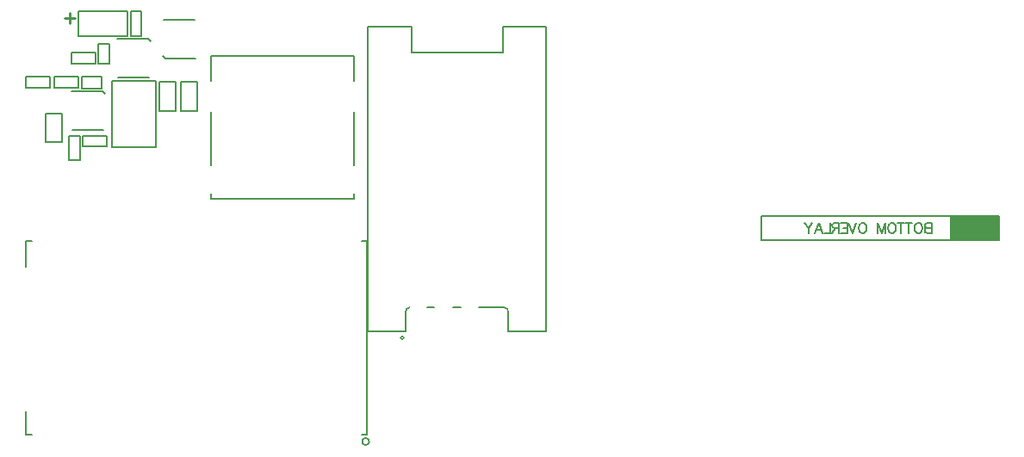
<source format=gbo>
G04*
G04 #@! TF.GenerationSoftware,Altium Limited,Altium Designer,20.0.2 (26)*
G04*
G04 Layer_Color=32896*
%FSLAX44Y44*%
%MOMM*%
G71*
G01*
G75*
%ADD10C,0.2000*%
%ADD11C,0.1600*%
%ADD12C,0.2540*%
%ADD13C,0.1270*%
%ADD14R,4.8260X2.4130*%
G54D10*
X1595000Y1205000D02*
G03*
X1591000Y1200000I500J-4500D01*
G01*
X1692000D02*
G03*
X1688000Y1205000I-4500J500D01*
G01*
X1587650Y1173500D02*
G03*
X1587650Y1176500I0J1500D01*
G01*
D02*
G03*
X1587650Y1173500I0J-1500D01*
G01*
X1555250Y1073000D02*
G03*
X1555250Y1073000I-3500J0D01*
G01*
X1612000Y1205000D02*
X1619000D01*
X1638000D02*
X1645000D01*
X1591000Y1181000D02*
Y1200000D01*
X1663000Y1205000D02*
X1688000D01*
X1553400Y1181000D02*
X1591000D01*
X1553400D02*
Y1481000D01*
X1597000D01*
Y1456000D02*
Y1481000D01*
Y1456000D02*
X1687000D01*
Y1481000D01*
X1729400D01*
Y1181000D02*
Y1481000D01*
X1692000Y1181000D02*
X1729400D01*
X1692000D02*
Y1200000D01*
X1308460Y1430950D02*
X1338940D01*
X1307670Y1469050D02*
X1337670Y1469050D01*
Y1469050D02*
Y1469050D01*
Y1469050D02*
X1340210Y1466510D01*
X1269500Y1472000D02*
Y1496000D01*
X1317500Y1472000D02*
Y1496000D01*
X1269500D02*
X1317500D01*
X1269500Y1472000D02*
X1317500D01*
X1353510Y1488050D02*
X1383990D01*
X1354780Y1449950D02*
X1384780Y1449950D01*
X1354780Y1449950D02*
Y1449950D01*
X1352240Y1452490D02*
X1354780Y1449950D01*
X1292720Y1417300D02*
X1295260Y1414760D01*
X1292720Y1417300D02*
Y1417300D01*
X1262720Y1417300D02*
X1292720Y1417300D01*
X1263510Y1379200D02*
X1293990D01*
X1237250Y1395750D02*
X1237250Y1367250D01*
X1253250D01*
X1237250Y1395750D02*
X1253250D01*
X1253250Y1367250D01*
X1349250Y1426750D02*
X1349250Y1398250D01*
X1365250D01*
X1349250Y1426750D02*
X1365250D01*
X1365250Y1398250D01*
X1369750Y1426750D02*
X1369750Y1398250D01*
X1385750D01*
X1369750Y1426750D02*
X1385750D01*
X1385750Y1398250D01*
X1217250Y1270500D02*
X1224000D01*
X1217250Y1245000D02*
X1217250Y1270500D01*
X1217250Y1103000D02*
X1217250Y1079750D01*
X1224000D01*
X1548000Y1270500D02*
X1553310D01*
X1548000Y1079750D02*
X1553310D01*
Y1270500D01*
X1540000Y1312000D02*
Y1316500D01*
X1400000Y1312000D02*
Y1316500D01*
Y1312000D02*
X1540000D01*
Y1344500D02*
Y1397000D01*
X1400000Y1344500D02*
Y1397000D01*
Y1427500D02*
Y1452000D01*
X1540000D01*
Y1427500D02*
Y1452000D01*
X1302750Y1362750D02*
X1345750D01*
X1302750D02*
Y1427750D01*
X1345750D01*
Y1362750D02*
Y1427750D01*
X1940495Y1295198D02*
X2174175D01*
X1940495Y1271068D02*
X2174175D01*
X1940495D02*
Y1295198D01*
X2174175Y1271068D02*
Y1295198D01*
G54D11*
X1288650Y1464300D02*
X1299850D01*
Y1444700D02*
Y1464300D01*
X1288650Y1444700D02*
X1299850D01*
X1288650D02*
Y1464300D01*
X1286250Y1444600D02*
Y1455400D01*
X1262250Y1444600D02*
X1286250D01*
X1262250D02*
Y1455400D01*
X1286250D01*
X1320600Y1496000D02*
X1331400D01*
Y1472000D02*
Y1496000D01*
X1320600Y1472000D02*
X1331400D01*
X1320600D02*
Y1496000D01*
X1272950Y1420400D02*
X1292550D01*
Y1431600D01*
X1272950D02*
X1292550D01*
X1272950Y1420400D02*
Y1431600D01*
X1245250Y1420800D02*
X1269250D01*
Y1431600D01*
X1245250D02*
X1269250D01*
X1245250Y1420800D02*
Y1431600D01*
X1217500Y1420800D02*
X1241500D01*
Y1431600D01*
X1217500D02*
X1241500D01*
X1217500Y1420800D02*
Y1431600D01*
X1271150Y1350000D02*
Y1374000D01*
X1260350D02*
X1271150D01*
X1260350Y1350000D02*
Y1374000D01*
Y1350000D02*
X1271150D01*
X1273500Y1373900D02*
X1297500D01*
X1273500Y1363100D02*
Y1373900D01*
Y1363100D02*
X1297500D01*
Y1373900D01*
G54D12*
X1255500Y1489382D02*
X1265657D01*
X1260578Y1484304D02*
Y1494461D01*
G54D13*
X2108134Y1288084D02*
Y1277926D01*
Y1288084D02*
X2103781D01*
X2102330Y1287600D01*
X2101846Y1287116D01*
X2101363Y1286149D01*
Y1285182D01*
X2101846Y1284214D01*
X2102330Y1283730D01*
X2103781Y1283247D01*
X2108134D02*
X2103781D01*
X2102330Y1282763D01*
X2101846Y1282279D01*
X2101363Y1281312D01*
Y1279861D01*
X2101846Y1278893D01*
X2102330Y1278410D01*
X2103781Y1277926D01*
X2108134D01*
X2096187Y1288084D02*
X2097154Y1287600D01*
X2098122Y1286633D01*
X2098605Y1285665D01*
X2099089Y1284214D01*
Y1281796D01*
X2098605Y1280345D01*
X2098122Y1279377D01*
X2097154Y1278410D01*
X2096187Y1277926D01*
X2094252D01*
X2093285Y1278410D01*
X2092317Y1279377D01*
X2091834Y1280345D01*
X2091350Y1281796D01*
Y1284214D01*
X2091834Y1285665D01*
X2092317Y1286633D01*
X2093285Y1287600D01*
X2094252Y1288084D01*
X2096187D01*
X2085594D02*
Y1277926D01*
X2088980Y1288084D02*
X2082208D01*
X2077613D02*
Y1277926D01*
X2080999Y1288084D02*
X2074227D01*
X2070115D02*
X2071083Y1287600D01*
X2072050Y1286633D01*
X2072534Y1285665D01*
X2073017Y1284214D01*
Y1281796D01*
X2072534Y1280345D01*
X2072050Y1279377D01*
X2071083Y1278410D01*
X2070115Y1277926D01*
X2068181D01*
X2067213Y1278410D01*
X2066246Y1279377D01*
X2065762Y1280345D01*
X2065278Y1281796D01*
Y1284214D01*
X2065762Y1285665D01*
X2066246Y1286633D01*
X2067213Y1287600D01*
X2068181Y1288084D01*
X2070115D01*
X2062908D02*
Y1277926D01*
Y1288084D02*
X2059038Y1277926D01*
X2055169Y1288084D02*
X2059038Y1277926D01*
X2055169Y1288084D02*
Y1277926D01*
X2041383Y1288084D02*
X2042351Y1287600D01*
X2043318Y1286633D01*
X2043802Y1285665D01*
X2044285Y1284214D01*
Y1281796D01*
X2043802Y1280345D01*
X2043318Y1279377D01*
X2042351Y1278410D01*
X2041383Y1277926D01*
X2039448D01*
X2038481Y1278410D01*
X2037513Y1279377D01*
X2037030Y1280345D01*
X2036546Y1281796D01*
Y1284214D01*
X2037030Y1285665D01*
X2037513Y1286633D01*
X2038481Y1287600D01*
X2039448Y1288084D01*
X2041383D01*
X2034176D02*
X2030306Y1277926D01*
X2026437Y1288084D02*
X2030306Y1277926D01*
X2018842Y1288084D02*
X2025131D01*
Y1277926D01*
X2018842D01*
X2025131Y1283247D02*
X2021261D01*
X2017150Y1288084D02*
Y1277926D01*
Y1288084D02*
X2012796D01*
X2011345Y1287600D01*
X2010861Y1287116D01*
X2010378Y1286149D01*
Y1285182D01*
X2010861Y1284214D01*
X2011345Y1283730D01*
X2012796Y1283247D01*
X2017150D01*
X2013764D02*
X2010378Y1277926D01*
X2008104Y1288084D02*
Y1277926D01*
X2002300D01*
X1993448D02*
X1997318Y1288084D01*
X2001187Y1277926D01*
X1999736Y1281312D02*
X1994899D01*
X1991078Y1288084D02*
X1987208Y1283247D01*
Y1277926D01*
X1983338Y1288084D02*
X1987208Y1283247D01*
G54D14*
X2150045Y1283133D02*
D03*
M02*

</source>
